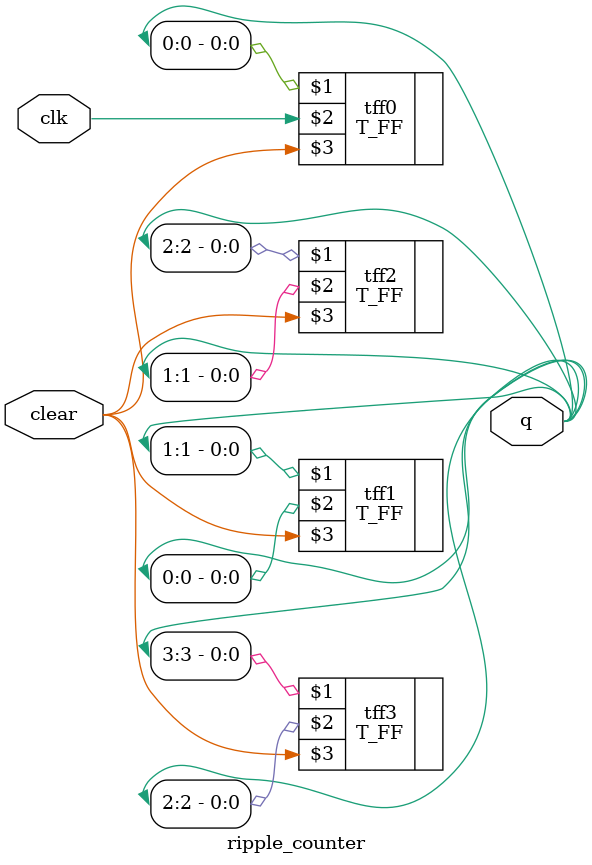
<source format=v>
module ripple_counter(q,clk,clear);
output [3:0] q;
input clk,clear;

// nnow we will initiate the tff by pervious defined circuit bit by bit
T_FF tff0(q[0],clk,clear);
T_FF tff1(q[1],q[0],clear);
T_FF tff2(q[2],q[1],clear);
T_FF tff3(q[3],q[2],clear);

endmodule 
</source>
